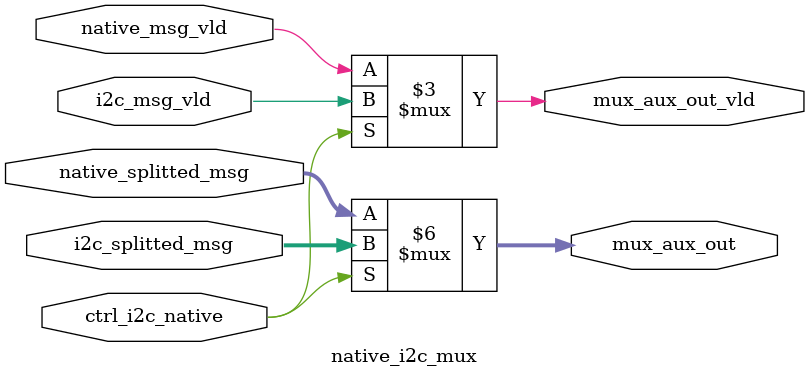
<source format=sv>
`default_nettype none
module native_i2c_mux 
(
  input wire [7:0] native_splitted_msg ,
  input wire       native_msg_vld      ,
  input wire [7:0] i2c_splitted_msg    ,
  input wire       i2c_msg_vld         ,
    
  input wire       ctrl_i2c_native     ,  
    
  output reg [7:0] mux_aux_out         ,
  output reg       mux_aux_out_vld
);

always @(*) begin
  if (ctrl_i2c_native)
  begin
    mux_aux_out = i2c_splitted_msg;
    mux_aux_out_vld = i2c_msg_vld;
  end
  else
  begin
    mux_aux_out = native_splitted_msg;
    mux_aux_out_vld = native_msg_vld;
  end    
end

endmodule
`resetall
</source>
